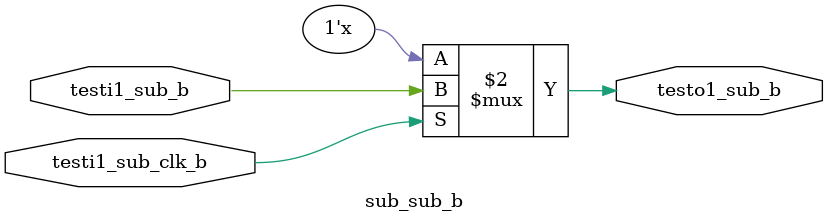
<source format=v>
module sub_sub_b (/*AUTOARG*/
   // Outputs
   testo1_sub_b,
   // Inputs
   testi1_sub_b, testi1_sub_clk_b
   );

   input testi1_sub_b;
   input testi1_sub_clk_b;
   output testo1_sub_b;

   always @*
     if (testi1_sub_clk_b) testo1_sub_b <= testi1_sub_b;

endmodule

</source>
